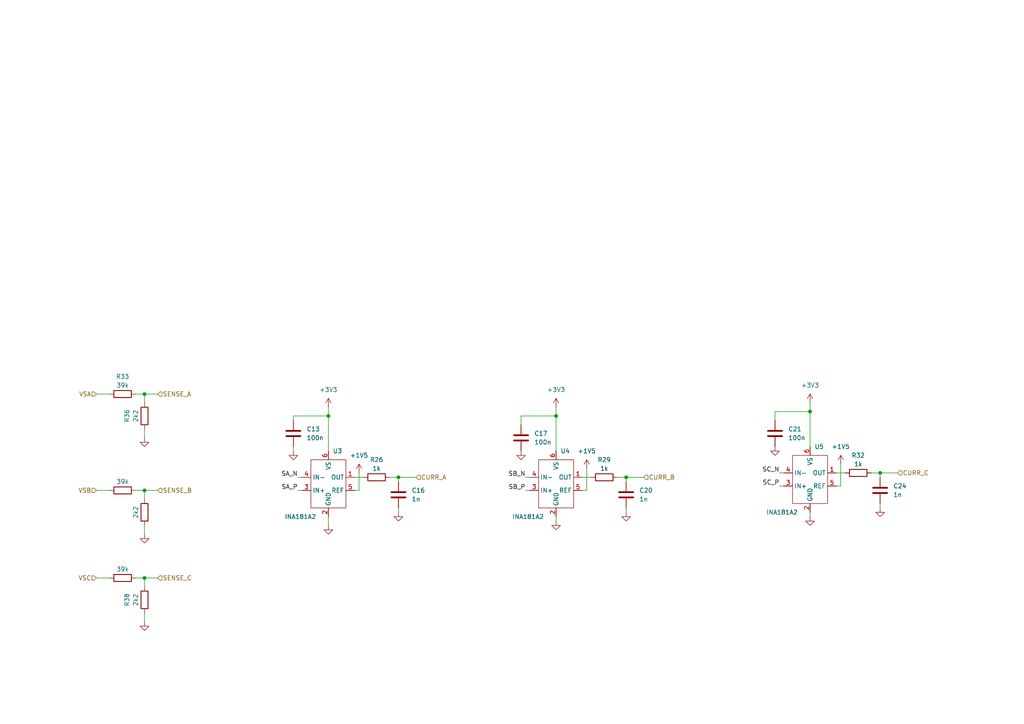
<source format=kicad_sch>
(kicad_sch (version 20211123) (generator eeschema)
  (paper "A4")
  (title_block (title "FROST-ESC") (date "2022-06-24"))
  (lib_symbols
    (symbol "Device:C" (pin_numbers hide) (pin_names (offset 0.254))
      (property "Reference" "C" (at 0.635 2.54 0))
      (property "Value" "C" (at 0.635 -2.54 0))
      (symbol "C_0_1"
        (polyline (pts (xy -2.032 -0.762) (xy 2.032 -0.762)) (stroke (width 0.508)))
        (polyline (pts (xy -2.032 0.762) (xy 2.032 0.762)) (stroke (width 0.508)))
      )
      (symbol "C_1_1"
        (pin passive line (at 0 3.81 270) (length 2.794) (name "~") (number "1"))
        (pin passive line (at 0 -3.81 90) (length 2.794) (name "~") (number "2"))
      )
    )
    (symbol "Device:R" (pin_numbers hide) (pin_names (offset 0))
      (property "Reference" "R" (at 2.032 0 90))
      (property "Value" "R" (at 0 0 90))
      (symbol "R_0_1"
        (rectangle (start -1.016 -2.54) (end 1.016 2.54) (stroke (width 0.254)))
      )
      (symbol "R_1_1"
        (pin passive line (at 0 3.81 270) (length 1.27) (name "~") (number "1"))
        (pin passive line (at 0 -3.81 90) (length 1.27) (name "~") (number "2"))
      )
    )
    (symbol "FROST-ESC:INA181"
      (property "Reference" "U" (at -3.81 2.54 0))
      (property "Value" "INA181" (at 5.08 2.54 0))
      (symbol "INA181_0_1"
        (rectangle (start -5.08 1.27) (end 5.08 -12.7))
      )
      (symbol "INA181_1_1"
        (pin output line (at 7.62 -3.81 180) (length 2.54) (name "OUT") (number "1"))
        (pin power_in line (at 0 -15.24 90) (length 2.54) (name "GND") (number "2"))
        (pin input line (at -7.62 -7.62 0) (length 2.54) (name "IN+") (number "3"))
        (pin input line (at -7.62 -3.81 0) (length 2.54) (name "IN-") (number "4"))
        (pin input line (at 7.62 -7.62 180) (length 2.54) (name "REF") (number "5"))
        (pin power_in line (at 0 3.81 270) (length 2.54) (name "VS") (number "6"))
      )
    )
    (symbol "INA181_1"
      (property "Reference" "U" (at -3.81 2.54 0))
      (property "Value" "INA181_1" (at 5.08 2.54 0))
      (symbol "INA181_1_0_1"
        (rectangle (start -5.08 1.27) (end 5.08 -12.7))
      )
      (symbol "INA181_1_1_1"
        (pin output line (at 7.62 -3.81 180) (length 2.54) (name "OUT") (number "1"))
        (pin power_in line (at 0 -15.24 90) (length 2.54) (name "GND") (number "2"))
        (pin input line (at -7.62 -7.62 0) (length 2.54) (name "IN+") (number "3"))
        (pin input line (at -7.62 -3.81 0) (length 2.54) (name "IN-") (number "4"))
        (pin input line (at 7.62 -7.62 180) (length 2.54) (name "REF") (number "5"))
        (pin power_in line (at 0 3.81 270) (length 2.54) (name "VS") (number "6"))
      )
    )
    (symbol "INA181_2"
      (property "Reference" "U" (at -3.81 2.54 0))
      (property "Value" "INA181_2" (at 5.08 2.54 0))
      (symbol "INA181_2_0_1"
        (rectangle (start -5.08 1.27) (end 5.08 -12.7))
      )
      (symbol "INA181_2_1_1"
        (pin output line (at 7.62 -3.81 180) (length 2.54) (name "OUT") (number "1"))
        (pin power_in line (at 0 -15.24 90) (length 2.54) (name "GND") (number "2"))
        (pin input line (at -7.62 -7.62 0) (length 2.54) (name "IN+") (number "3"))
        (pin input line (at -7.62 -3.81 0) (length 2.54) (name "IN-") (number "4"))
        (pin input line (at 7.62 -7.62 180) (length 2.54) (name "REF") (number "5"))
        (pin power_in line (at 0 3.81 270) (length 2.54) (name "VS") (number "6"))
      )
    )
    (symbol "power:+1V5" (power) (pin_names (offset 0))
      (property "Value" "+1V5" (at 0 3.556 0))
      (symbol "+1V5_0_1"
        (polyline (pts (xy -0.762 1.27) (xy 0 2.54)))
        (polyline (pts (xy 0 0) (xy 0 2.54)))
        (polyline (pts (xy 0 2.54) (xy 0.762 1.27)))
      )
      (symbol "+1V5_1_1"
        (pin power_in line (at 0 0 90) (length 0) hide (name "+1V5") (number "1"))
      )
    )
    (symbol "power:+3V3" (power) (pin_names (offset 0))
      (property "Value" "+3V3" (at 0 3.556 0))
      (symbol "+3V3_0_1"
        (polyline (pts (xy -0.762 1.27) (xy 0 2.54)))
        (polyline (pts (xy 0 0) (xy 0 2.54)))
        (polyline (pts (xy 0 2.54) (xy 0.762 1.27)))
      )
      (symbol "+3V3_1_1"
        (pin power_in line (at 0 0 90) (length 0) hide (name "+3V3") (number "1"))
      )
    )
    (symbol "power:GND" (power) (pin_names (offset 0))
      (property "Value" "GND" (at 0 -3.81 0))
      (symbol "GND_0_1"
        (polyline (pts (xy 0 0) (xy 0 -1.27) (xy 1.27 -1.27) (xy 0 -2.54) (xy -1.27 -1.27) (xy 0 -1.27)))
      )
      (symbol "GND_1_1"
        (pin power_in line (at 0 0 270) (length 0) hide (name "GND") (number "1"))
      )
    )
  )
  (junction (at 255.27 137.16))
  (junction (at 234.95 119.38))
  (junction (at 181.61 138.43))
  (junction (at 41.91 167.64))
  (junction (at 161.29 120.65))
  (junction (at 41.91 114.3))
  (junction (at 41.91 142.24))
  (junction (at 115.57 138.43))
  (junction (at 95.25 120.65))
  (wire (pts (xy 115.57 139.7) (xy 115.57 138.43)))
  (wire (pts (xy 86.36 138.43) (xy 87.63 138.43)))
  (wire (pts (xy 224.79 121.92) (xy 224.79 119.38)))
  (wire (pts (xy 95.25 120.65) (xy 85.09 120.65)))
  (wire (pts (xy 161.29 120.65) (xy 161.29 130.81)))
  (wire (pts (xy 161.29 118.11) (xy 161.29 120.65)))
  (wire (pts (xy 242.57 137.16) (xy 245.11 137.16)))
  (wire (pts (xy 115.57 138.43) (xy 120.65 138.43)))
  (wire (pts (xy 234.95 116.84) (xy 234.95 119.38)))
  (wire (pts (xy 85.09 121.92) (xy 85.09 120.65)))
  (wire (pts (xy 234.95 148.59) (xy 234.95 149.86)))
  (wire (pts (xy 41.91 142.24) (xy 45.72 142.24)))
  (wire (pts (xy 161.29 149.86) (xy 161.29 151.13)))
  (wire (pts (xy 234.95 119.38) (xy 234.95 129.54)))
  (wire (pts (xy 168.91 138.43) (xy 171.45 138.43)))
  (wire (pts (xy 243.84 134.62) (xy 243.84 140.97)))
  (wire (pts (xy 41.91 152.4) (xy 41.91 154.94)))
  (wire (pts (xy 41.91 167.64) (xy 41.91 170.18)))
  (wire (pts (xy 41.91 114.3) (xy 45.72 114.3)))
  (wire (pts (xy 255.27 137.16) (xy 260.35 137.16)))
  (wire (pts (xy 41.91 142.24) (xy 41.91 144.78)))
  (wire (pts (xy 41.91 167.64) (xy 45.72 167.64)))
  (wire (pts (xy 86.36 142.24) (xy 87.63 142.24)))
  (wire (pts (xy 224.79 119.38) (xy 234.95 119.38)))
  (wire (pts (xy 85.09 129.54) (xy 85.09 130.81)))
  (wire (pts (xy 255.27 137.16) (xy 252.73 137.16)))
  (wire (pts (xy 255.27 146.05) (xy 255.27 147.32)))
  (wire (pts (xy 151.13 120.65) (xy 161.29 120.65)))
  (wire (pts (xy 39.37 142.24) (xy 41.91 142.24)))
  (wire (pts (xy 170.18 135.89) (xy 170.18 142.24)))
  (wire (pts (xy 181.61 138.43) (xy 186.69 138.43)))
  (wire (pts (xy 104.14 137.16) (xy 104.14 142.24)))
  (wire (pts (xy 151.13 123.19) (xy 151.13 120.65)))
  (wire (pts (xy 226.06 137.16) (xy 227.33 137.16)))
  (wire (pts (xy 95.25 118.11) (xy 95.25 120.65)))
  (wire (pts (xy 41.91 114.3) (xy 41.91 116.84)))
  (wire (pts (xy 95.25 120.65) (xy 95.25 130.81)))
  (wire (pts (xy 152.4 138.43) (xy 153.67 138.43)))
  (wire (pts (xy 181.61 138.43) (xy 179.07 138.43)))
  (wire (pts (xy 242.57 140.97) (xy 243.84 140.97)))
  (wire (pts (xy 115.57 147.32) (xy 115.57 148.59)))
  (wire (pts (xy 39.37 114.3) (xy 41.91 114.3)))
  (wire (pts (xy 152.4 142.24) (xy 153.67 142.24)))
  (wire (pts (xy 41.91 177.8) (xy 41.91 180.34)))
  (wire (pts (xy 102.87 138.43) (xy 105.41 138.43)))
  (wire (pts (xy 102.87 142.24) (xy 104.14 142.24)))
  (wire (pts (xy 181.61 139.7) (xy 181.61 138.43)))
  (wire (pts (xy 27.94 142.24) (xy 31.75 142.24)))
  (wire (pts (xy 115.57 138.43) (xy 113.03 138.43)))
  (wire (pts (xy 39.37 167.64) (xy 41.91 167.64)))
  (wire (pts (xy 255.27 138.43) (xy 255.27 137.16)))
  (wire (pts (xy 181.61 147.32) (xy 181.61 148.59)))
  (wire (pts (xy 226.06 140.97) (xy 227.33 140.97)))
  (wire (pts (xy 168.91 142.24) (xy 170.18 142.24)))
  (wire (pts (xy 41.91 124.46) (xy 41.91 127)))
  (wire (pts (xy 27.94 167.64) (xy 31.75 167.64)))
  (wire (pts (xy 27.94 114.3) (xy 31.75 114.3)))
  (wire (pts (xy 95.25 149.86) (xy 95.25 152.4)))
  (label "SA_P" (at 86.36 142.24 180))
  (label "SC_N" (at 226.06 137.16 180))
  (label "SA_N" (at 86.36 138.43 180))
  (label "SB_N" (at 152.4 138.43 180))
  (label "SB_P" (at 152.4 142.24 180))
  (label "SC_P" (at 226.06 140.97 180))
  (hierarchical_label "SENSE_B" (shape input) (at 45.72 142.24 0))
  (hierarchical_label "SENSE_C" (shape input) (at 45.72 167.64 0))
  (hierarchical_label "CURR_B" (shape input) (at 186.69 138.43 0))
  (hierarchical_label "CURR_C" (shape input) (at 260.35 137.16 0))
  (hierarchical_label "VSC" (shape input) (at 27.94 167.64 180))
  (hierarchical_label "VSB" (shape input) (at 27.94 142.24 180))
  (hierarchical_label "VSA" (shape input) (at 27.94 114.3 180))
  (hierarchical_label "SENSE_A" (shape input) (at 45.72 114.3 0))
  (hierarchical_label "CURR_A" (shape input) (at 120.65 138.43 0))
  (symbol (lib_id "Device:C") (at 181.61 143.51 0) (unit 1)
    (property "Reference" "C20" (at 185.42 142.2399 0) (effects (justify left)))
    (property "Value" "1n" (at 185.42 144.7799 0) (effects (justify left)))
    (property "Footprint" "Capacitor_SMD:C_0805_2012Metric" (effects hide))
    (property "LCSC" "C344180" (effects hide))
  )
  (symbol (lib_id "power:GND") (at 234.95 149.86 0) (unit 1)
    (property "Reference" "#PWR056" (effects hide))
    (property "Value" "GND" (effects hide))
  )
  (symbol (lib_id "power:+3V3") (at 95.25 118.11 0) (unit 1)
    (property "Reference" "#PWR021" (effects hide))
    (property "Value" "+3V3" (at 95.25 113.03 0))
  )
  (symbol (lib_id "power:GND") (at 115.57 148.59 0) (unit 1)
    (property "Reference" "#PWR026" (effects hide))
    (property "Value" "GND" (effects hide))
  )
  (symbol (lib_id "power:GND") (at 255.27 147.32 0) (unit 1)
    (property "Reference" "#PWR063" (effects hide))
    (property "Value" "GND" (effects hide))
  )
  (symbol (lib_id "Device:R") (at 35.56 167.64 90) (unit 1)
    (property "Reference" "R35" (effects hide))
    (property "Value" "39k" (at 35.56 165.1 90))
    (property "Footprint" "Resistor_SMD:R_0805_2012Metric" (effects hide))
    (property "LCSC" "C230641" (effects hide))
  )
  (symbol (lib_id "Device:R") (at 41.91 173.99 180) (unit 1)
    (property "Reference" "R38" (at 36.83 173.99 90))
    (property "Value" "2k2" (at 39.37 173.99 90))
    (property "Footprint" "Resistor_SMD:R_0805_2012Metric" (effects hide))
    (property "LCSC" "C2907234" (effects hide))
  )
  (symbol (lib_id "power:+1V5") (at 104.14 137.16 0) (unit 1)
    (property "Reference" "#PWR0107" (effects hide))
    (property "Value" "+1V5" (at 104.14 132.08 0))
  )
  (symbol (lib_id "Device:R") (at 248.92 137.16 90) (unit 1)
    (property "Reference" "R32" (at 248.92 132.08 90))
    (property "Value" "1k" (at 248.92 134.62 90))
    (property "Footprint" "Resistor_SMD:R_0805_2012Metric" (effects hide))
    (property "LCSC" "C79496" (effects hide))
  )
  (symbol (lib_id "power:GND") (at 224.79 129.54 0) (unit 1)
    (property "Reference" "#PWR045" (effects hide))
    (property "Value" "GND" (effects hide))
  )
  (symbol (lib_id "power:+1V5") (at 243.84 134.62 0) (unit 1)
    (property "Reference" "#PWR0109" (effects hide))
    (property "Value" "+1V5" (at 243.84 129.54 0))
  )
  (symbol (lib_id "power:+1V5") (at 170.18 135.89 0) (unit 1)
    (property "Reference" "#PWR0108" (effects hide))
    (property "Value" "+1V5" (at 170.18 130.81 0))
  )
  (symbol (lib_id "FROST-ESC:INA181") (at 95.25 134.62 0) (unit 1)
    (property "Reference" "U3" (at 96.52 130.81 0) (effects (justify left)))
    (property "Value" "INA181A2" (at 82.55 149.86 0) (effects (justify left)))
    (property "Footprint" "Package_TO_SOT_SMD:SOT-23-6" (effects hide))
    (property "LCSC" "C2058784" (effects hide))
  )
  (symbol (lib_id "Device:C") (at 255.27 142.24 0) (unit 1)
    (property "Reference" "C24" (at 259.08 140.9699 0) (effects (justify left)))
    (property "Value" "1n" (at 259.08 143.5099 0) (effects (justify left)))
    (property "Footprint" "Capacitor_SMD:C_0805_2012Metric" (effects hide))
    (property "LCSC" "C344180" (effects hide))
  )
  (symbol (lib_id "power:GND") (at 41.91 154.94 0) (unit 1)
    (property "Reference" "#PWR065" (effects hide))
    (property "Value" "GND" (effects hide))
  )
  (symbol (lib_id "power:GND") (at 41.91 180.34 0) (unit 1)
    (property "Reference" "#PWR066" (effects hide))
    (property "Value" "GND" (effects hide))
  )
  (symbol (lib_id "power:GND") (at 85.09 130.81 0) (unit 1)
    (property "Reference" "#PWR023" (effects hide))
    (property "Value" "GND" (effects hide))
  )
  (symbol (lib_id "Device:R") (at 175.26 138.43 90) (unit 1)
    (property "Reference" "R29" (at 175.26 133.35 90))
    (property "Value" "1k" (at 175.26 135.89 90))
    (property "Footprint" "Resistor_SMD:R_0805_2012Metric" (effects hide))
    (property "LCSC" "C79496" (effects hide))
  )
  (symbol (lib_id "power:GND") (at 151.13 130.81 0) (unit 1)
    (property "Reference" "#PWR027" (effects hide))
    (property "Value" "GND" (effects hide))
  )
  (symbol (lib_id "power:GND") (at 95.25 152.4 0) (unit 1)
    (property "Reference" "#PWR022" (effects hide))
    (property "Value" "GND" (effects hide))
  )
  (symbol (lib_id "Device:R") (at 109.22 138.43 90) (unit 1)
    (property "Reference" "R26" (at 109.22 133.35 90))
    (property "Value" "1k" (at 109.22 135.89 90))
    (property "Footprint" "Resistor_SMD:R_0805_2012Metric" (effects hide))
    (property "LCSC" "C79496" (effects hide))
  )
  (symbol (lib_id "Device:R") (at 41.91 120.65 180) (unit 1)
    (property "Reference" "R36" (at 36.83 120.65 90))
    (property "Value" "2k2" (at 39.37 120.65 90))
    (property "Footprint" "Resistor_SMD:R_0805_2012Metric" (effects hide))
    (property "LCSC" "C2907234" (effects hide))
  )
  (symbol (lib_id "Device:R") (at 35.56 142.24 90) (unit 1)
    (property "Reference" "R34" (effects hide))
    (property "Value" "39k" (at 35.56 139.7 90))
    (property "Footprint" "Resistor_SMD:R_0805_2012Metric" (effects hide))
    (property "LCSC" "C230641" (effects hide))
  )
  (symbol (lib_id "Device:C") (at 224.79 125.73 0) (unit 1)
    (property "Reference" "C21" (at 228.6 124.4599 0) (effects (justify left)))
    (property "Value" "100n" (at 228.6 126.9999 0) (effects (justify left)))
    (property "Footprint" "Capacitor_SMD:C_0805_2012Metric" (effects hide))
    (property "LCSC" "C344180" (effects hide))
  )
  (symbol (lib_id "Device:C") (at 85.09 125.73 0) (unit 1)
    (property "Reference" "C13" (at 88.9 124.4599 0) (effects (justify left)))
    (property "Value" "100n" (at 88.9 126.9999 0) (effects (justify left)))
    (property "Footprint" "Capacitor_SMD:C_0805_2012Metric" (effects hide))
    (property "LCSC" "C344180" (effects hide))
  )
  (symbol (lib_id "power:+3V3") (at 161.29 118.11 0) (unit 1)
    (property "Reference" "#PWR029" (effects hide))
    (property "Value" "+3V3" (at 161.29 113.03 0))
  )
  (symbol (lib_id "Device:C") (at 151.13 127 0) (unit 1)
    (property "Reference" "C17" (at 154.94 125.7299 0) (effects (justify left)))
    (property "Value" "100n" (at 154.94 128.2699 0) (effects (justify left)))
    (property "Footprint" "Capacitor_SMD:C_0805_2012Metric" (effects hide))
    (property "LCSC" "C344180" (effects hide))
  )
  (symbol (lib_id "power:GND") (at 161.29 151.13 0) (unit 1)
    (property "Reference" "#PWR030" (effects hide))
    (property "Value" "GND" (effects hide))
  )
  (symbol (lib_name "INA181_1") (lib_id "FROST-ESC:INA181") (at 234.95 133.35 0) (unit 1)
    (property "Reference" "U5" (at 236.22 129.54 0) (effects (justify left)))
    (property "Value" "INA181A2" (at 222.25 148.59 0) (effects (justify left)))
    (property "Footprint" "Package_TO_SOT_SMD:SOT-23-6" (effects hide))
    (property "LCSC" "C2058784" (effects hide))
  )
  (symbol (lib_id "Device:C") (at 115.57 143.51 0) (unit 1)
    (property "Reference" "C16" (at 119.38 142.2399 0) (effects (justify left)))
    (property "Value" "1n" (at 119.38 144.7799 0) (effects (justify left)))
    (property "Footprint" "Capacitor_SMD:C_0805_2012Metric" (effects hide))
    (property "LCSC" "C344180" (effects hide))
  )
  (symbol (lib_id "Device:R") (at 35.56 114.3 90) (unit 1)
    (property "Reference" "R33" (at 35.56 109.22 90))
    (property "Value" "39k" (at 35.56 111.76 90))
    (property "Footprint" "Resistor_SMD:R_0805_2012Metric" (effects hide))
    (property "LCSC" "C230641" (effects hide))
  )
  (symbol (lib_id "power:GND") (at 181.61 148.59 0) (unit 1)
    (property "Reference" "#PWR038" (effects hide))
    (property "Value" "GND" (effects hide))
  )
  (symbol (lib_name "INA181_2") (lib_id "FROST-ESC:INA181") (at 161.29 134.62 0) (unit 1)
    (property "Reference" "U4" (at 162.56 130.81 0) (effects (justify left)))
    (property "Value" "INA181A2" (at 148.59 149.86 0) (effects (justify left)))
    (property "Footprint" "Package_TO_SOT_SMD:SOT-23-6" (effects hide))
    (property "LCSC" "C2058784" (effects hide))
  )
  (symbol (lib_id "power:+3V3") (at 234.95 116.84 0) (unit 1)
    (property "Reference" "#PWR055" (effects hide))
    (property "Value" "+3V3" (at 234.95 111.76 0))
  )
  (symbol (lib_id "Device:R") (at 41.91 148.59 180) (unit 1)
    (property "Reference" "R37" (effects hide))
    (property "Value" "2k2" (at 39.37 148.59 90))
    (property "Footprint" "Resistor_SMD:R_0805_2012Metric" (effects hide))
    (property "LCSC" "C2907234" (effects hide))
  )
  (symbol (lib_id "power:GND") (at 41.91 127 0) (unit 1)
    (property "Reference" "#PWR064" (effects hide))
    (property "Value" "GND" (effects hide))
  )
)
</source>
